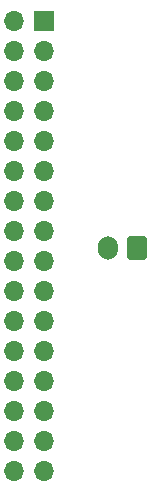
<source format=gbr>
%TF.GenerationSoftware,KiCad,Pcbnew,9.0.0*%
%TF.CreationDate,2025-03-23T19:49:56+02:00*%
%TF.ProjectId,EEE3088F Micromouse Design,45454533-3038-4384-9620-4d6963726f6d,rev?*%
%TF.SameCoordinates,Original*%
%TF.FileFunction,Soldermask,Bot*%
%TF.FilePolarity,Negative*%
%FSLAX46Y46*%
G04 Gerber Fmt 4.6, Leading zero omitted, Abs format (unit mm)*
G04 Created by KiCad (PCBNEW 9.0.0) date 2025-03-23 19:49:56*
%MOMM*%
%LPD*%
G01*
G04 APERTURE LIST*
G04 Aperture macros list*
%AMRoundRect*
0 Rectangle with rounded corners*
0 $1 Rounding radius*
0 $2 $3 $4 $5 $6 $7 $8 $9 X,Y pos of 4 corners*
0 Add a 4 corners polygon primitive as box body*
4,1,4,$2,$3,$4,$5,$6,$7,$8,$9,$2,$3,0*
0 Add four circle primitives for the rounded corners*
1,1,$1+$1,$2,$3*
1,1,$1+$1,$4,$5*
1,1,$1+$1,$6,$7*
1,1,$1+$1,$8,$9*
0 Add four rect primitives between the rounded corners*
20,1,$1+$1,$2,$3,$4,$5,0*
20,1,$1+$1,$4,$5,$6,$7,0*
20,1,$1+$1,$6,$7,$8,$9,0*
20,1,$1+$1,$8,$9,$2,$3,0*%
G04 Aperture macros list end*
%ADD10R,1.700000X1.700000*%
%ADD11O,1.700000X1.700000*%
%ADD12RoundRect,0.250000X0.600000X0.750000X-0.600000X0.750000X-0.600000X-0.750000X0.600000X-0.750000X0*%
%ADD13O,1.700000X2.000000*%
G04 APERTURE END LIST*
D10*
%TO.C,J1*%
X103300000Y-74780000D03*
D11*
X100760000Y-74780000D03*
X103300000Y-77320000D03*
X100760000Y-77320000D03*
X103300000Y-79860000D03*
X100760000Y-79860000D03*
X103300000Y-82400000D03*
X100760000Y-82400000D03*
X103300000Y-84940000D03*
X100760000Y-84940000D03*
X103300000Y-87480000D03*
X100760000Y-87480000D03*
X103300000Y-90020000D03*
X100760000Y-90020000D03*
X103300000Y-92560000D03*
X100760000Y-92560000D03*
X103300000Y-95100000D03*
X100760000Y-95100000D03*
X103300000Y-97640000D03*
X100760000Y-97640000D03*
X103300000Y-100180000D03*
X100760000Y-100180000D03*
X103300000Y-102720000D03*
X100760000Y-102720000D03*
X103300000Y-105260000D03*
X100760000Y-105260000D03*
X103300000Y-107800000D03*
X100760000Y-107800000D03*
X103300000Y-110340000D03*
X100760000Y-110340000D03*
X103300000Y-112880000D03*
X100760000Y-112880000D03*
%TD*%
D12*
%TO.C,J2*%
X111210000Y-93980000D03*
D13*
X108710000Y-93980000D03*
%TD*%
M02*

</source>
